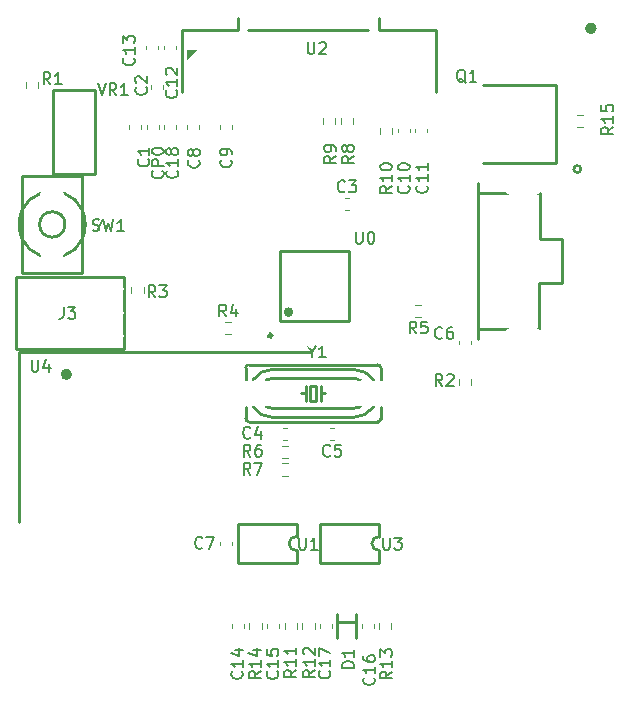
<source format=gto>
G04 #@! TF.GenerationSoftware,KiCad,Pcbnew,(5.1.9-0-10_14)*
G04 #@! TF.CreationDate,2021-04-26T19:25:28+02:00*
G04 #@! TF.ProjectId,Le_kube,4c655f6b-7562-4652-9e6b-696361645f70,rev?*
G04 #@! TF.SameCoordinates,Original*
G04 #@! TF.FileFunction,Legend,Top*
G04 #@! TF.FilePolarity,Positive*
%FSLAX46Y46*%
G04 Gerber Fmt 4.6, Leading zero omitted, Abs format (unit mm)*
G04 Created by KiCad (PCBNEW (5.1.9-0-10_14)) date 2021-04-26 19:25:28*
%MOMM*%
%LPD*%
G01*
G04 APERTURE LIST*
%ADD10C,0.200000*%
%ADD11C,0.254000*%
%ADD12C,0.120000*%
%ADD13C,0.500000*%
%ADD14C,0.100000*%
%ADD15C,0.400000*%
%ADD16C,0.300000*%
%ADD17O,3.500000X2.000000*%
%ADD18C,1.600000*%
%ADD19C,1.524000*%
%ADD20R,1.524000X1.524000*%
%ADD21R,0.351000X2.499000*%
%ADD22C,0.800000*%
%ADD23R,1.800000X1.800000*%
%ADD24C,1.800000*%
%ADD25R,2.200000X1.100000*%
%ADD26R,2.200000X3.500000*%
%ADD27R,6.200000X5.800000*%
%ADD28R,3.000000X1.600000*%
%ADD29O,2.000000X1.300000*%
%ADD30R,5.500000X2.000000*%
%ADD31O,0.600000X1.520000*%
%ADD32O,0.450000X1.650000*%
%ADD33O,1.650000X0.450000*%
%ADD34O,2.000000X1.200000*%
%ADD35C,1.300000*%
%ADD36R,1.000000X1.000000*%
G04 APERTURE END LIST*
D10*
X82110000Y-73060000D02*
X82620000Y-72060000D01*
D11*
X114308000Y-82201000D02*
X114308000Y-69001000D01*
X114333000Y-81338000D02*
X119540000Y-81338000D01*
X119540000Y-81338000D02*
X119540000Y-77477000D01*
X119540000Y-77477000D02*
X121471000Y-77477000D01*
X121471000Y-77477000D02*
X121471000Y-73768000D01*
X121471000Y-73768000D02*
X119591000Y-73768000D01*
X119591000Y-73768000D02*
X119591000Y-69831000D01*
X119591000Y-69831000D02*
X114308000Y-69831000D01*
D12*
X109542224Y-80362500D02*
X109032776Y-80362500D01*
X109542224Y-79317500D02*
X109032776Y-79317500D01*
X92937776Y-80747500D02*
X93447224Y-80747500D01*
X92937776Y-81792500D02*
X93447224Y-81792500D01*
X86032500Y-77792776D02*
X86032500Y-78302224D01*
X84987500Y-77792776D02*
X84987500Y-78302224D01*
D13*
X124150000Y-55900000D02*
G75*
G03*
X124150000Y-55900000I-250000J0D01*
G01*
D11*
X94858000Y-56000000D02*
X105058000Y-56000000D01*
X89250000Y-61250000D02*
X89250000Y-56000000D01*
X89250000Y-56000000D02*
X94000000Y-56000000D01*
X94000000Y-56000000D02*
X94000000Y-55000000D01*
D14*
G36*
X89750000Y-58500000D02*
G01*
X89750000Y-57750000D01*
X90500000Y-57750000D01*
X89750000Y-58500000D01*
G37*
X89750000Y-58500000D02*
X89750000Y-57750000D01*
X90500000Y-57750000D01*
X89750000Y-58500000D01*
D11*
X110750000Y-56000000D02*
X106000000Y-56000000D01*
X110750000Y-61250000D02*
X110750000Y-56000000D01*
X106000000Y-56000000D02*
X106000000Y-55000000D01*
D13*
X79722000Y-85179000D02*
G75*
G03*
X79722000Y-85179000I-232000J0D01*
G01*
D11*
X75450000Y-83330000D02*
X100150000Y-83330000D01*
X75450000Y-97730000D02*
X75450000Y-83330000D01*
X78324000Y-68200000D02*
X81924000Y-68200000D01*
X78324000Y-61100000D02*
X81924000Y-61100000D01*
X81924000Y-68200000D02*
X81924000Y-61100000D01*
X78324000Y-68200000D02*
X78324000Y-61100000D01*
D12*
X86290000Y-64396267D02*
X86290000Y-64103733D01*
X87310000Y-64396267D02*
X87310000Y-64103733D01*
X87790000Y-64396267D02*
X87790000Y-64103733D01*
X88810000Y-64396267D02*
X88810000Y-64103733D01*
X87660000Y-60728733D02*
X87660000Y-61021267D01*
X86640000Y-60728733D02*
X86640000Y-61021267D01*
X84790000Y-64396267D02*
X84790000Y-64103733D01*
X85810000Y-64396267D02*
X85810000Y-64103733D01*
X96022500Y-106245276D02*
X96022500Y-106754724D01*
X94977500Y-106245276D02*
X94977500Y-106754724D01*
D11*
X120943000Y-60723000D02*
X120943000Y-67277000D01*
X114746000Y-60723000D02*
X120943000Y-60723000D01*
X120943000Y-67277000D02*
X114746000Y-67277000D01*
X123051000Y-67810000D02*
G75*
G03*
X123051000Y-67810000I-296000J0D01*
G01*
X79378000Y-72500000D02*
G75*
G03*
X79378000Y-72500000I-1078000J0D01*
G01*
X81094000Y-72500000D02*
G75*
G03*
X81094000Y-72500000I-2794000J0D01*
G01*
X80840000Y-76600000D02*
X75760000Y-76600000D01*
X75760000Y-76600000D02*
X75760000Y-68400000D01*
X75760000Y-68400000D02*
X80840000Y-68400000D01*
X80840000Y-68400000D02*
X80840000Y-76600000D01*
X94685000Y-87943000D02*
X94685000Y-88959000D01*
X96971000Y-85530000D02*
X103829000Y-85530000D01*
X96971000Y-84768000D02*
X103829000Y-84768000D01*
X103829000Y-88070000D02*
X96971000Y-88070000D01*
X94939000Y-84387000D02*
X105861000Y-84387000D01*
X94685000Y-84641000D02*
X94685000Y-85657000D01*
X99765000Y-86800000D02*
X99384000Y-86800000D01*
X106115000Y-84641000D02*
X106115000Y-85657000D01*
X99765000Y-86800000D02*
X99765000Y-86165000D01*
X103829000Y-88832000D02*
X96971000Y-88832000D01*
X99765000Y-87435000D02*
X99765000Y-86800000D01*
X94939000Y-89213000D02*
X105861000Y-89213000D01*
X101035000Y-86800000D02*
X101416000Y-86800000D01*
X100654000Y-87435000D02*
X100654000Y-86165000D01*
X101035000Y-86800000D02*
X101035000Y-86165000D01*
X100654000Y-86165000D02*
X100146000Y-86165000D01*
X101035000Y-87435000D02*
X101035000Y-86800000D01*
X100146000Y-86165000D02*
X100146000Y-87435000D01*
X100146000Y-87435000D02*
X100654000Y-87435000D01*
X106115000Y-87943000D02*
X106115000Y-88959000D01*
X103828869Y-88831957D02*
G75*
G03*
X105509000Y-87943000I131J2031957D01*
G01*
X95290931Y-87942975D02*
G75*
G03*
X96971000Y-88832000I1680069J1142975D01*
G01*
X94939000Y-84387000D02*
G75*
G03*
X94685000Y-84641000I0J-254000D01*
G01*
X96970646Y-85529817D02*
G75*
G03*
X96417000Y-85657000I354J-1270183D01*
G01*
X96417399Y-87942990D02*
G75*
G03*
X96971000Y-88070000I553601J1142990D01*
G01*
X96971025Y-84768043D02*
G75*
G03*
X95291000Y-85657000I-25J-2031957D01*
G01*
X105509069Y-85657025D02*
G75*
G03*
X103829000Y-84768000I-1680069J-1142975D01*
G01*
X104382601Y-85657010D02*
G75*
G03*
X103829000Y-85530000I-553601J-1142990D01*
G01*
X103829354Y-88070183D02*
G75*
G03*
X104383000Y-87943000I-354J1270183D01*
G01*
X106115000Y-84641000D02*
G75*
G03*
X105861000Y-84387000I-254000J0D01*
G01*
X94685000Y-88959000D02*
G75*
G03*
X94939000Y-89213000I254000J0D01*
G01*
X105861000Y-89213000D02*
G75*
G03*
X106115000Y-88959000I0J254000D01*
G01*
X105990000Y-100100000D02*
X105990000Y-101200000D01*
X105990000Y-101200000D02*
X101000000Y-101200000D01*
X101000000Y-101200000D02*
X101000000Y-97829000D01*
X101000000Y-97829000D02*
X105990000Y-97829000D01*
X105990000Y-97829000D02*
X105990000Y-98920000D01*
X105989360Y-98919951D02*
G75*
G03*
X105990000Y-100100000I-44360J-590049D01*
G01*
X98990000Y-100100000D02*
X98990000Y-101200000D01*
X98990000Y-101200000D02*
X94000000Y-101200000D01*
X94000000Y-101200000D02*
X94000000Y-97829000D01*
X94000000Y-97829000D02*
X98990000Y-97829000D01*
X98990000Y-97829000D02*
X98990000Y-98920000D01*
X98989360Y-98919951D02*
G75*
G03*
X98990000Y-100100000I-44360J-590049D01*
G01*
X103447000Y-74770000D02*
X97547000Y-74770000D01*
X103447000Y-80670000D02*
X103447000Y-74770000D01*
X97547000Y-80670000D02*
X103447000Y-80670000D01*
X97547000Y-74770000D02*
X97547000Y-80670000D01*
D15*
X98297459Y-79719004D02*
G75*
G03*
X98300000Y-79719000I1541J-199996D01*
G01*
D16*
X96750461Y-81784005D02*
G75*
G03*
X96753000Y-81784000I1539J-149995D01*
G01*
D12*
X122745276Y-63231500D02*
X123254724Y-63231500D01*
X122745276Y-64276500D02*
X123254724Y-64276500D01*
X105977500Y-106754724D02*
X105977500Y-106245276D01*
X107022500Y-106754724D02*
X107022500Y-106245276D01*
X99477500Y-106754724D02*
X99477500Y-106245276D01*
X100522500Y-106754724D02*
X100522500Y-106245276D01*
X97977500Y-106754724D02*
X97977500Y-106245276D01*
X99022500Y-106754724D02*
X99022500Y-106245276D01*
X107078500Y-64295276D02*
X107078500Y-64804724D01*
X106033500Y-64295276D02*
X106033500Y-64804724D01*
X102272500Y-63495276D02*
X102272500Y-64004724D01*
X101227500Y-63495276D02*
X101227500Y-64004724D01*
X103772500Y-63495276D02*
X103772500Y-64004724D01*
X102727500Y-63495276D02*
X102727500Y-64004724D01*
X97745276Y-92727500D02*
X98254724Y-92727500D01*
X97745276Y-93772500D02*
X98254724Y-93772500D01*
X98254724Y-92272500D02*
X97745276Y-92272500D01*
X98254724Y-91227500D02*
X97745276Y-91227500D01*
X112727500Y-86067224D02*
X112727500Y-85557776D01*
X113772500Y-86067224D02*
X113772500Y-85557776D01*
X76052500Y-60967224D02*
X76052500Y-60457776D01*
X77097500Y-60967224D02*
X77097500Y-60457776D01*
D11*
X84416000Y-76927000D02*
X84416000Y-83023000D01*
X84416000Y-83023000D02*
X75272000Y-83023000D01*
X75272000Y-83023000D02*
X75272000Y-76927000D01*
X75272000Y-76927000D02*
X84416000Y-76927000D01*
X104050000Y-105500000D02*
X104050000Y-107500000D01*
X102450000Y-105500000D02*
X102450000Y-107500000D01*
X104050000Y-106149000D02*
X102450000Y-106149000D01*
D12*
X100990000Y-106646267D02*
X100990000Y-106353733D01*
X102010000Y-106646267D02*
X102010000Y-106353733D01*
X105510000Y-106353733D02*
X105510000Y-106646267D01*
X104490000Y-106353733D02*
X104490000Y-106646267D01*
X96490000Y-106646267D02*
X96490000Y-106353733D01*
X97510000Y-106646267D02*
X97510000Y-106353733D01*
X94510000Y-106353733D02*
X94510000Y-106646267D01*
X93490000Y-106353733D02*
X93490000Y-106646267D01*
X86240000Y-57646267D02*
X86240000Y-57353733D01*
X87260000Y-57646267D02*
X87260000Y-57353733D01*
X87740000Y-57646267D02*
X87740000Y-57353733D01*
X88760000Y-57646267D02*
X88760000Y-57353733D01*
X109046000Y-64696267D02*
X109046000Y-64403733D01*
X110066000Y-64696267D02*
X110066000Y-64403733D01*
X107546000Y-64696267D02*
X107546000Y-64403733D01*
X108566000Y-64696267D02*
X108566000Y-64403733D01*
X92490000Y-64396267D02*
X92490000Y-64103733D01*
X93510000Y-64396267D02*
X93510000Y-64103733D01*
X90760000Y-64103733D02*
X90760000Y-64396267D01*
X89740000Y-64103733D02*
X89740000Y-64396267D01*
X92490000Y-99646267D02*
X92490000Y-99353733D01*
X93510000Y-99646267D02*
X93510000Y-99353733D01*
X113760000Y-82353733D02*
X113760000Y-82646267D01*
X112740000Y-82353733D02*
X112740000Y-82646267D01*
X101853733Y-89740000D02*
X102146267Y-89740000D01*
X101853733Y-90760000D02*
X102146267Y-90760000D01*
X98146267Y-90760000D02*
X97853733Y-90760000D01*
X98146267Y-89740000D02*
X97853733Y-89740000D01*
X103103733Y-70240000D02*
X103396267Y-70240000D01*
X103103733Y-71260000D02*
X103396267Y-71260000D01*
D10*
X109120833Y-81722380D02*
X108787500Y-81246190D01*
X108549404Y-81722380D02*
X108549404Y-80722380D01*
X108930357Y-80722380D01*
X109025595Y-80770000D01*
X109073214Y-80817619D01*
X109120833Y-80912857D01*
X109120833Y-81055714D01*
X109073214Y-81150952D01*
X109025595Y-81198571D01*
X108930357Y-81246190D01*
X108549404Y-81246190D01*
X110025595Y-80722380D02*
X109549404Y-80722380D01*
X109501785Y-81198571D01*
X109549404Y-81150952D01*
X109644642Y-81103333D01*
X109882738Y-81103333D01*
X109977976Y-81150952D01*
X110025595Y-81198571D01*
X110073214Y-81293809D01*
X110073214Y-81531904D01*
X110025595Y-81627142D01*
X109977976Y-81674761D01*
X109882738Y-81722380D01*
X109644642Y-81722380D01*
X109549404Y-81674761D01*
X109501785Y-81627142D01*
X93025833Y-80292380D02*
X92692500Y-79816190D01*
X92454404Y-80292380D02*
X92454404Y-79292380D01*
X92835357Y-79292380D01*
X92930595Y-79340000D01*
X92978214Y-79387619D01*
X93025833Y-79482857D01*
X93025833Y-79625714D01*
X92978214Y-79720952D01*
X92930595Y-79768571D01*
X92835357Y-79816190D01*
X92454404Y-79816190D01*
X93882976Y-79625714D02*
X93882976Y-80292380D01*
X93644880Y-79244761D02*
X93406785Y-79959047D01*
X94025833Y-79959047D01*
X87023333Y-78667380D02*
X86690000Y-78191190D01*
X86451904Y-78667380D02*
X86451904Y-77667380D01*
X86832857Y-77667380D01*
X86928095Y-77715000D01*
X86975714Y-77762619D01*
X87023333Y-77857857D01*
X87023333Y-78000714D01*
X86975714Y-78095952D01*
X86928095Y-78143571D01*
X86832857Y-78191190D01*
X86451904Y-78191190D01*
X87356666Y-77667380D02*
X87975714Y-77667380D01*
X87642380Y-78048333D01*
X87785238Y-78048333D01*
X87880476Y-78095952D01*
X87928095Y-78143571D01*
X87975714Y-78238809D01*
X87975714Y-78476904D01*
X87928095Y-78572142D01*
X87880476Y-78619761D01*
X87785238Y-78667380D01*
X87499523Y-78667380D01*
X87404285Y-78619761D01*
X87356666Y-78572142D01*
X99913095Y-57052380D02*
X99913095Y-57861904D01*
X99960714Y-57957142D01*
X100008333Y-58004761D01*
X100103571Y-58052380D01*
X100294047Y-58052380D01*
X100389285Y-58004761D01*
X100436904Y-57957142D01*
X100484523Y-57861904D01*
X100484523Y-57052380D01*
X100913095Y-57147619D02*
X100960714Y-57100000D01*
X101055952Y-57052380D01*
X101294047Y-57052380D01*
X101389285Y-57100000D01*
X101436904Y-57147619D01*
X101484523Y-57242857D01*
X101484523Y-57338095D01*
X101436904Y-57480952D01*
X100865476Y-58052380D01*
X101484523Y-58052380D01*
X76543095Y-83952380D02*
X76543095Y-84761904D01*
X76590714Y-84857142D01*
X76638333Y-84904761D01*
X76733571Y-84952380D01*
X76924047Y-84952380D01*
X77019285Y-84904761D01*
X77066904Y-84857142D01*
X77114523Y-84761904D01*
X77114523Y-83952380D01*
X78019285Y-84285714D02*
X78019285Y-84952380D01*
X77781190Y-83904761D02*
X77543095Y-84619047D01*
X78162142Y-84619047D01*
X82149238Y-60552380D02*
X82482571Y-61552380D01*
X82815904Y-60552380D01*
X83720666Y-61552380D02*
X83387333Y-61076190D01*
X83149238Y-61552380D02*
X83149238Y-60552380D01*
X83530190Y-60552380D01*
X83625428Y-60600000D01*
X83673047Y-60647619D01*
X83720666Y-60742857D01*
X83720666Y-60885714D01*
X83673047Y-60980952D01*
X83625428Y-61028571D01*
X83530190Y-61076190D01*
X83149238Y-61076190D01*
X84673047Y-61552380D02*
X84101619Y-61552380D01*
X84387333Y-61552380D02*
X84387333Y-60552380D01*
X84292095Y-60695238D01*
X84196857Y-60790476D01*
X84101619Y-60838095D01*
X87632142Y-67966666D02*
X87679761Y-68014285D01*
X87727380Y-68157142D01*
X87727380Y-68252380D01*
X87679761Y-68395238D01*
X87584523Y-68490476D01*
X87489285Y-68538095D01*
X87298809Y-68585714D01*
X87155952Y-68585714D01*
X86965476Y-68538095D01*
X86870238Y-68490476D01*
X86775000Y-68395238D01*
X86727380Y-68252380D01*
X86727380Y-68157142D01*
X86775000Y-68014285D01*
X86822619Y-67966666D01*
X87727380Y-67538095D02*
X86727380Y-67538095D01*
X86727380Y-67157142D01*
X86775000Y-67061904D01*
X86822619Y-67014285D01*
X86917857Y-66966666D01*
X87060714Y-66966666D01*
X87155952Y-67014285D01*
X87203571Y-67061904D01*
X87251190Y-67157142D01*
X87251190Y-67538095D01*
X86727380Y-66347619D02*
X86727380Y-66252380D01*
X86775000Y-66157142D01*
X86822619Y-66109523D01*
X86917857Y-66061904D01*
X87108333Y-66014285D01*
X87346428Y-66014285D01*
X87536904Y-66061904D01*
X87632142Y-66109523D01*
X87679761Y-66157142D01*
X87727380Y-66252380D01*
X87727380Y-66347619D01*
X87679761Y-66442857D01*
X87632142Y-66490476D01*
X87536904Y-66538095D01*
X87346428Y-66585714D01*
X87108333Y-66585714D01*
X86917857Y-66538095D01*
X86822619Y-66490476D01*
X86775000Y-66442857D01*
X86727380Y-66347619D01*
X88857142Y-67942857D02*
X88904761Y-67990476D01*
X88952380Y-68133333D01*
X88952380Y-68228571D01*
X88904761Y-68371428D01*
X88809523Y-68466666D01*
X88714285Y-68514285D01*
X88523809Y-68561904D01*
X88380952Y-68561904D01*
X88190476Y-68514285D01*
X88095238Y-68466666D01*
X88000000Y-68371428D01*
X87952380Y-68228571D01*
X87952380Y-68133333D01*
X88000000Y-67990476D01*
X88047619Y-67942857D01*
X88952380Y-66990476D02*
X88952380Y-67561904D01*
X88952380Y-67276190D02*
X87952380Y-67276190D01*
X88095238Y-67371428D01*
X88190476Y-67466666D01*
X88238095Y-67561904D01*
X88380952Y-66419047D02*
X88333333Y-66514285D01*
X88285714Y-66561904D01*
X88190476Y-66609523D01*
X88142857Y-66609523D01*
X88047619Y-66561904D01*
X88000000Y-66514285D01*
X87952380Y-66419047D01*
X87952380Y-66228571D01*
X88000000Y-66133333D01*
X88047619Y-66085714D01*
X88142857Y-66038095D01*
X88190476Y-66038095D01*
X88285714Y-66085714D01*
X88333333Y-66133333D01*
X88380952Y-66228571D01*
X88380952Y-66419047D01*
X88428571Y-66514285D01*
X88476190Y-66561904D01*
X88571428Y-66609523D01*
X88761904Y-66609523D01*
X88857142Y-66561904D01*
X88904761Y-66514285D01*
X88952380Y-66419047D01*
X88952380Y-66228571D01*
X88904761Y-66133333D01*
X88857142Y-66085714D01*
X88761904Y-66038095D01*
X88571428Y-66038095D01*
X88476190Y-66085714D01*
X88428571Y-66133333D01*
X88380952Y-66228571D01*
X86232142Y-60891666D02*
X86279761Y-60939285D01*
X86327380Y-61082142D01*
X86327380Y-61177380D01*
X86279761Y-61320238D01*
X86184523Y-61415476D01*
X86089285Y-61463095D01*
X85898809Y-61510714D01*
X85755952Y-61510714D01*
X85565476Y-61463095D01*
X85470238Y-61415476D01*
X85375000Y-61320238D01*
X85327380Y-61177380D01*
X85327380Y-61082142D01*
X85375000Y-60939285D01*
X85422619Y-60891666D01*
X85422619Y-60510714D02*
X85375000Y-60463095D01*
X85327380Y-60367857D01*
X85327380Y-60129761D01*
X85375000Y-60034523D01*
X85422619Y-59986904D01*
X85517857Y-59939285D01*
X85613095Y-59939285D01*
X85755952Y-59986904D01*
X86327380Y-60558333D01*
X86327380Y-59939285D01*
X86432142Y-66966666D02*
X86479761Y-67014285D01*
X86527380Y-67157142D01*
X86527380Y-67252380D01*
X86479761Y-67395238D01*
X86384523Y-67490476D01*
X86289285Y-67538095D01*
X86098809Y-67585714D01*
X85955952Y-67585714D01*
X85765476Y-67538095D01*
X85670238Y-67490476D01*
X85575000Y-67395238D01*
X85527380Y-67252380D01*
X85527380Y-67157142D01*
X85575000Y-67014285D01*
X85622619Y-66966666D01*
X86527380Y-66014285D02*
X86527380Y-66585714D01*
X86527380Y-66300000D02*
X85527380Y-66300000D01*
X85670238Y-66395238D01*
X85765476Y-66490476D01*
X85813095Y-66585714D01*
X95952380Y-110342857D02*
X95476190Y-110676190D01*
X95952380Y-110914285D02*
X94952380Y-110914285D01*
X94952380Y-110533333D01*
X95000000Y-110438095D01*
X95047619Y-110390476D01*
X95142857Y-110342857D01*
X95285714Y-110342857D01*
X95380952Y-110390476D01*
X95428571Y-110438095D01*
X95476190Y-110533333D01*
X95476190Y-110914285D01*
X95952380Y-109390476D02*
X95952380Y-109961904D01*
X95952380Y-109676190D02*
X94952380Y-109676190D01*
X95095238Y-109771428D01*
X95190476Y-109866666D01*
X95238095Y-109961904D01*
X95285714Y-108533333D02*
X95952380Y-108533333D01*
X94904761Y-108771428D02*
X95619047Y-109009523D01*
X95619047Y-108390476D01*
X113302761Y-60491619D02*
X113207523Y-60444000D01*
X113112285Y-60348761D01*
X112969428Y-60205904D01*
X112874190Y-60158285D01*
X112778952Y-60158285D01*
X112826571Y-60396380D02*
X112731333Y-60348761D01*
X112636095Y-60253523D01*
X112588476Y-60063047D01*
X112588476Y-59729714D01*
X112636095Y-59539238D01*
X112731333Y-59444000D01*
X112826571Y-59396380D01*
X113017047Y-59396380D01*
X113112285Y-59444000D01*
X113207523Y-59539238D01*
X113255142Y-59729714D01*
X113255142Y-60063047D01*
X113207523Y-60253523D01*
X113112285Y-60348761D01*
X113017047Y-60396380D01*
X112826571Y-60396380D01*
X114207523Y-60396380D02*
X113636095Y-60396380D01*
X113921809Y-60396380D02*
X113921809Y-59396380D01*
X113826571Y-59539238D01*
X113731333Y-59634476D01*
X113636095Y-59682095D01*
X81720476Y-73004761D02*
X81863333Y-73052380D01*
X82101428Y-73052380D01*
X82196666Y-73004761D01*
X82244285Y-72957142D01*
X82291904Y-72861904D01*
X82291904Y-72766666D01*
X82244285Y-72671428D01*
X82196666Y-72623809D01*
X82101428Y-72576190D01*
X81910952Y-72528571D01*
X81815714Y-72480952D01*
X81768095Y-72433333D01*
X81720476Y-72338095D01*
X81720476Y-72242857D01*
X81768095Y-72147619D01*
X81815714Y-72100000D01*
X81910952Y-72052380D01*
X82149047Y-72052380D01*
X82291904Y-72100000D01*
X82625238Y-72052380D02*
X82863333Y-73052380D01*
X83053809Y-72338095D01*
X83244285Y-73052380D01*
X83482380Y-72052380D01*
X84387142Y-73052380D02*
X83815714Y-73052380D01*
X84101428Y-73052380D02*
X84101428Y-72052380D01*
X84006190Y-72195238D01*
X83910952Y-72290476D01*
X83815714Y-72338095D01*
X100258571Y-83276190D02*
X100258571Y-83752380D01*
X99925238Y-82752380D02*
X100258571Y-83276190D01*
X100591904Y-82752380D01*
X101449047Y-83752380D02*
X100877619Y-83752380D01*
X101163333Y-83752380D02*
X101163333Y-82752380D01*
X101068095Y-82895238D01*
X100972857Y-82990476D01*
X100877619Y-83038095D01*
X106312095Y-99020380D02*
X106312095Y-99829904D01*
X106359714Y-99925142D01*
X106407333Y-99972761D01*
X106502571Y-100020380D01*
X106693047Y-100020380D01*
X106788285Y-99972761D01*
X106835904Y-99925142D01*
X106883523Y-99829904D01*
X106883523Y-99020380D01*
X107264476Y-99020380D02*
X107883523Y-99020380D01*
X107550190Y-99401333D01*
X107693047Y-99401333D01*
X107788285Y-99448952D01*
X107835904Y-99496571D01*
X107883523Y-99591809D01*
X107883523Y-99829904D01*
X107835904Y-99925142D01*
X107788285Y-99972761D01*
X107693047Y-100020380D01*
X107407333Y-100020380D01*
X107312095Y-99972761D01*
X107264476Y-99925142D01*
X99200095Y-99020380D02*
X99200095Y-99829904D01*
X99247714Y-99925142D01*
X99295333Y-99972761D01*
X99390571Y-100020380D01*
X99581047Y-100020380D01*
X99676285Y-99972761D01*
X99723904Y-99925142D01*
X99771523Y-99829904D01*
X99771523Y-99020380D01*
X100771523Y-100020380D02*
X100200095Y-100020380D01*
X100485809Y-100020380D02*
X100485809Y-99020380D01*
X100390571Y-99163238D01*
X100295333Y-99258476D01*
X100200095Y-99306095D01*
X104000095Y-73112380D02*
X104000095Y-73921904D01*
X104047714Y-74017142D01*
X104095333Y-74064761D01*
X104190571Y-74112380D01*
X104381047Y-74112380D01*
X104476285Y-74064761D01*
X104523904Y-74017142D01*
X104571523Y-73921904D01*
X104571523Y-73112380D01*
X105238190Y-73112380D02*
X105333428Y-73112380D01*
X105428666Y-73160000D01*
X105476285Y-73207619D01*
X105523904Y-73302857D01*
X105571523Y-73493333D01*
X105571523Y-73731428D01*
X105523904Y-73921904D01*
X105476285Y-74017142D01*
X105428666Y-74064761D01*
X105333428Y-74112380D01*
X105238190Y-74112380D01*
X105142952Y-74064761D01*
X105095333Y-74017142D01*
X105047714Y-73921904D01*
X105000095Y-73731428D01*
X105000095Y-73493333D01*
X105047714Y-73302857D01*
X105095333Y-73207619D01*
X105142952Y-73160000D01*
X105238190Y-73112380D01*
X125792380Y-64252857D02*
X125316190Y-64586190D01*
X125792380Y-64824285D02*
X124792380Y-64824285D01*
X124792380Y-64443333D01*
X124840000Y-64348095D01*
X124887619Y-64300476D01*
X124982857Y-64252857D01*
X125125714Y-64252857D01*
X125220952Y-64300476D01*
X125268571Y-64348095D01*
X125316190Y-64443333D01*
X125316190Y-64824285D01*
X125792380Y-63300476D02*
X125792380Y-63871904D01*
X125792380Y-63586190D02*
X124792380Y-63586190D01*
X124935238Y-63681428D01*
X125030476Y-63776666D01*
X125078095Y-63871904D01*
X124792380Y-62395714D02*
X124792380Y-62871904D01*
X125268571Y-62919523D01*
X125220952Y-62871904D01*
X125173333Y-62776666D01*
X125173333Y-62538571D01*
X125220952Y-62443333D01*
X125268571Y-62395714D01*
X125363809Y-62348095D01*
X125601904Y-62348095D01*
X125697142Y-62395714D01*
X125744761Y-62443333D01*
X125792380Y-62538571D01*
X125792380Y-62776666D01*
X125744761Y-62871904D01*
X125697142Y-62919523D01*
X107052380Y-110370857D02*
X106576190Y-110704190D01*
X107052380Y-110942285D02*
X106052380Y-110942285D01*
X106052380Y-110561333D01*
X106100000Y-110466095D01*
X106147619Y-110418476D01*
X106242857Y-110370857D01*
X106385714Y-110370857D01*
X106480952Y-110418476D01*
X106528571Y-110466095D01*
X106576190Y-110561333D01*
X106576190Y-110942285D01*
X107052380Y-109418476D02*
X107052380Y-109989904D01*
X107052380Y-109704190D02*
X106052380Y-109704190D01*
X106195238Y-109799428D01*
X106290476Y-109894666D01*
X106338095Y-109989904D01*
X106052380Y-109085142D02*
X106052380Y-108466095D01*
X106433333Y-108799428D01*
X106433333Y-108656571D01*
X106480952Y-108561333D01*
X106528571Y-108513714D01*
X106623809Y-108466095D01*
X106861904Y-108466095D01*
X106957142Y-108513714D01*
X107004761Y-108561333D01*
X107052380Y-108656571D01*
X107052380Y-108942285D01*
X107004761Y-109037523D01*
X106957142Y-109085142D01*
X100552380Y-110242857D02*
X100076190Y-110576190D01*
X100552380Y-110814285D02*
X99552380Y-110814285D01*
X99552380Y-110433333D01*
X99600000Y-110338095D01*
X99647619Y-110290476D01*
X99742857Y-110242857D01*
X99885714Y-110242857D01*
X99980952Y-110290476D01*
X100028571Y-110338095D01*
X100076190Y-110433333D01*
X100076190Y-110814285D01*
X100552380Y-109290476D02*
X100552380Y-109861904D01*
X100552380Y-109576190D02*
X99552380Y-109576190D01*
X99695238Y-109671428D01*
X99790476Y-109766666D01*
X99838095Y-109861904D01*
X99647619Y-108909523D02*
X99600000Y-108861904D01*
X99552380Y-108766666D01*
X99552380Y-108528571D01*
X99600000Y-108433333D01*
X99647619Y-108385714D01*
X99742857Y-108338095D01*
X99838095Y-108338095D01*
X99980952Y-108385714D01*
X100552380Y-108957142D01*
X100552380Y-108338095D01*
X98952380Y-110242857D02*
X98476190Y-110576190D01*
X98952380Y-110814285D02*
X97952380Y-110814285D01*
X97952380Y-110433333D01*
X98000000Y-110338095D01*
X98047619Y-110290476D01*
X98142857Y-110242857D01*
X98285714Y-110242857D01*
X98380952Y-110290476D01*
X98428571Y-110338095D01*
X98476190Y-110433333D01*
X98476190Y-110814285D01*
X98952380Y-109290476D02*
X98952380Y-109861904D01*
X98952380Y-109576190D02*
X97952380Y-109576190D01*
X98095238Y-109671428D01*
X98190476Y-109766666D01*
X98238095Y-109861904D01*
X98952380Y-108338095D02*
X98952380Y-108909523D01*
X98952380Y-108623809D02*
X97952380Y-108623809D01*
X98095238Y-108719047D01*
X98190476Y-108814285D01*
X98238095Y-108909523D01*
X107052380Y-69242857D02*
X106576190Y-69576190D01*
X107052380Y-69814285D02*
X106052380Y-69814285D01*
X106052380Y-69433333D01*
X106100000Y-69338095D01*
X106147619Y-69290476D01*
X106242857Y-69242857D01*
X106385714Y-69242857D01*
X106480952Y-69290476D01*
X106528571Y-69338095D01*
X106576190Y-69433333D01*
X106576190Y-69814285D01*
X107052380Y-68290476D02*
X107052380Y-68861904D01*
X107052380Y-68576190D02*
X106052380Y-68576190D01*
X106195238Y-68671428D01*
X106290476Y-68766666D01*
X106338095Y-68861904D01*
X106052380Y-67671428D02*
X106052380Y-67576190D01*
X106100000Y-67480952D01*
X106147619Y-67433333D01*
X106242857Y-67385714D01*
X106433333Y-67338095D01*
X106671428Y-67338095D01*
X106861904Y-67385714D01*
X106957142Y-67433333D01*
X107004761Y-67480952D01*
X107052380Y-67576190D01*
X107052380Y-67671428D01*
X107004761Y-67766666D01*
X106957142Y-67814285D01*
X106861904Y-67861904D01*
X106671428Y-67909523D01*
X106433333Y-67909523D01*
X106242857Y-67861904D01*
X106147619Y-67814285D01*
X106100000Y-67766666D01*
X106052380Y-67671428D01*
X102306380Y-66714666D02*
X101830190Y-67048000D01*
X102306380Y-67286095D02*
X101306380Y-67286095D01*
X101306380Y-66905142D01*
X101354000Y-66809904D01*
X101401619Y-66762285D01*
X101496857Y-66714666D01*
X101639714Y-66714666D01*
X101734952Y-66762285D01*
X101782571Y-66809904D01*
X101830190Y-66905142D01*
X101830190Y-67286095D01*
X102306380Y-66238476D02*
X102306380Y-66048000D01*
X102258761Y-65952761D01*
X102211142Y-65905142D01*
X102068285Y-65809904D01*
X101877809Y-65762285D01*
X101496857Y-65762285D01*
X101401619Y-65809904D01*
X101354000Y-65857523D01*
X101306380Y-65952761D01*
X101306380Y-66143238D01*
X101354000Y-66238476D01*
X101401619Y-66286095D01*
X101496857Y-66333714D01*
X101734952Y-66333714D01*
X101830190Y-66286095D01*
X101877809Y-66238476D01*
X101925428Y-66143238D01*
X101925428Y-65952761D01*
X101877809Y-65857523D01*
X101830190Y-65809904D01*
X101734952Y-65762285D01*
X103830380Y-66714666D02*
X103354190Y-67048000D01*
X103830380Y-67286095D02*
X102830380Y-67286095D01*
X102830380Y-66905142D01*
X102878000Y-66809904D01*
X102925619Y-66762285D01*
X103020857Y-66714666D01*
X103163714Y-66714666D01*
X103258952Y-66762285D01*
X103306571Y-66809904D01*
X103354190Y-66905142D01*
X103354190Y-67286095D01*
X103258952Y-66143238D02*
X103211333Y-66238476D01*
X103163714Y-66286095D01*
X103068476Y-66333714D01*
X103020857Y-66333714D01*
X102925619Y-66286095D01*
X102878000Y-66238476D01*
X102830380Y-66143238D01*
X102830380Y-65952761D01*
X102878000Y-65857523D01*
X102925619Y-65809904D01*
X103020857Y-65762285D01*
X103068476Y-65762285D01*
X103163714Y-65809904D01*
X103211333Y-65857523D01*
X103258952Y-65952761D01*
X103258952Y-66143238D01*
X103306571Y-66238476D01*
X103354190Y-66286095D01*
X103449428Y-66333714D01*
X103639904Y-66333714D01*
X103735142Y-66286095D01*
X103782761Y-66238476D01*
X103830380Y-66143238D01*
X103830380Y-65952761D01*
X103782761Y-65857523D01*
X103735142Y-65809904D01*
X103639904Y-65762285D01*
X103449428Y-65762285D01*
X103354190Y-65809904D01*
X103306571Y-65857523D01*
X103258952Y-65952761D01*
X95083333Y-93670380D02*
X94750000Y-93194190D01*
X94511904Y-93670380D02*
X94511904Y-92670380D01*
X94892857Y-92670380D01*
X94988095Y-92718000D01*
X95035714Y-92765619D01*
X95083333Y-92860857D01*
X95083333Y-93003714D01*
X95035714Y-93098952D01*
X94988095Y-93146571D01*
X94892857Y-93194190D01*
X94511904Y-93194190D01*
X95416666Y-92670380D02*
X96083333Y-92670380D01*
X95654761Y-93670380D01*
X95083333Y-92146380D02*
X94750000Y-91670190D01*
X94511904Y-92146380D02*
X94511904Y-91146380D01*
X94892857Y-91146380D01*
X94988095Y-91194000D01*
X95035714Y-91241619D01*
X95083333Y-91336857D01*
X95083333Y-91479714D01*
X95035714Y-91574952D01*
X94988095Y-91622571D01*
X94892857Y-91670190D01*
X94511904Y-91670190D01*
X95940476Y-91146380D02*
X95750000Y-91146380D01*
X95654761Y-91194000D01*
X95607142Y-91241619D01*
X95511904Y-91384476D01*
X95464285Y-91574952D01*
X95464285Y-91955904D01*
X95511904Y-92051142D01*
X95559523Y-92098761D01*
X95654761Y-92146380D01*
X95845238Y-92146380D01*
X95940476Y-92098761D01*
X95988095Y-92051142D01*
X96035714Y-91955904D01*
X96035714Y-91717809D01*
X95988095Y-91622571D01*
X95940476Y-91574952D01*
X95845238Y-91527333D01*
X95654761Y-91527333D01*
X95559523Y-91574952D01*
X95511904Y-91622571D01*
X95464285Y-91717809D01*
X111333333Y-86177380D02*
X111000000Y-85701190D01*
X110761904Y-86177380D02*
X110761904Y-85177380D01*
X111142857Y-85177380D01*
X111238095Y-85225000D01*
X111285714Y-85272619D01*
X111333333Y-85367857D01*
X111333333Y-85510714D01*
X111285714Y-85605952D01*
X111238095Y-85653571D01*
X111142857Y-85701190D01*
X110761904Y-85701190D01*
X111714285Y-85272619D02*
X111761904Y-85225000D01*
X111857142Y-85177380D01*
X112095238Y-85177380D01*
X112190476Y-85225000D01*
X112238095Y-85272619D01*
X112285714Y-85367857D01*
X112285714Y-85463095D01*
X112238095Y-85605952D01*
X111666666Y-86177380D01*
X112285714Y-86177380D01*
X78133333Y-60627380D02*
X77800000Y-60151190D01*
X77561904Y-60627380D02*
X77561904Y-59627380D01*
X77942857Y-59627380D01*
X78038095Y-59675000D01*
X78085714Y-59722619D01*
X78133333Y-59817857D01*
X78133333Y-59960714D01*
X78085714Y-60055952D01*
X78038095Y-60103571D01*
X77942857Y-60151190D01*
X77561904Y-60151190D01*
X79085714Y-60627380D02*
X78514285Y-60627380D01*
X78800000Y-60627380D02*
X78800000Y-59627380D01*
X78704761Y-59770238D01*
X78609523Y-59865476D01*
X78514285Y-59913095D01*
X79254523Y-79477380D02*
X79254523Y-80191666D01*
X79206904Y-80334523D01*
X79111666Y-80429761D01*
X78968809Y-80477380D01*
X78873571Y-80477380D01*
X79635476Y-79477380D02*
X80254523Y-79477380D01*
X79921190Y-79858333D01*
X80064047Y-79858333D01*
X80159285Y-79905952D01*
X80206904Y-79953571D01*
X80254523Y-80048809D01*
X80254523Y-80286904D01*
X80206904Y-80382142D01*
X80159285Y-80429761D01*
X80064047Y-80477380D01*
X79778333Y-80477380D01*
X79683095Y-80429761D01*
X79635476Y-80382142D01*
X103830380Y-110048285D02*
X102830380Y-110048285D01*
X102830380Y-109810190D01*
X102878000Y-109667333D01*
X102973238Y-109572095D01*
X103068476Y-109524476D01*
X103258952Y-109476857D01*
X103401809Y-109476857D01*
X103592285Y-109524476D01*
X103687523Y-109572095D01*
X103782761Y-109667333D01*
X103830380Y-109810190D01*
X103830380Y-110048285D01*
X103830380Y-108524476D02*
X103830380Y-109095904D01*
X103830380Y-108810190D02*
X102830380Y-108810190D01*
X102973238Y-108905428D01*
X103068476Y-109000666D01*
X103116095Y-109095904D01*
X101757142Y-110292857D02*
X101804761Y-110340476D01*
X101852380Y-110483333D01*
X101852380Y-110578571D01*
X101804761Y-110721428D01*
X101709523Y-110816666D01*
X101614285Y-110864285D01*
X101423809Y-110911904D01*
X101280952Y-110911904D01*
X101090476Y-110864285D01*
X100995238Y-110816666D01*
X100900000Y-110721428D01*
X100852380Y-110578571D01*
X100852380Y-110483333D01*
X100900000Y-110340476D01*
X100947619Y-110292857D01*
X101852380Y-109340476D02*
X101852380Y-109911904D01*
X101852380Y-109626190D02*
X100852380Y-109626190D01*
X100995238Y-109721428D01*
X101090476Y-109816666D01*
X101138095Y-109911904D01*
X100852380Y-109007142D02*
X100852380Y-108340476D01*
X101852380Y-108769047D01*
X105513142Y-110878857D02*
X105560761Y-110926476D01*
X105608380Y-111069333D01*
X105608380Y-111164571D01*
X105560761Y-111307428D01*
X105465523Y-111402666D01*
X105370285Y-111450285D01*
X105179809Y-111497904D01*
X105036952Y-111497904D01*
X104846476Y-111450285D01*
X104751238Y-111402666D01*
X104656000Y-111307428D01*
X104608380Y-111164571D01*
X104608380Y-111069333D01*
X104656000Y-110926476D01*
X104703619Y-110878857D01*
X105608380Y-109926476D02*
X105608380Y-110497904D01*
X105608380Y-110212190D02*
X104608380Y-110212190D01*
X104751238Y-110307428D01*
X104846476Y-110402666D01*
X104894095Y-110497904D01*
X104608380Y-109069333D02*
X104608380Y-109259809D01*
X104656000Y-109355047D01*
X104703619Y-109402666D01*
X104846476Y-109497904D01*
X105036952Y-109545523D01*
X105417904Y-109545523D01*
X105513142Y-109497904D01*
X105560761Y-109450285D01*
X105608380Y-109355047D01*
X105608380Y-109164571D01*
X105560761Y-109069333D01*
X105513142Y-109021714D01*
X105417904Y-108974095D01*
X105179809Y-108974095D01*
X105084571Y-109021714D01*
X105036952Y-109069333D01*
X104989333Y-109164571D01*
X104989333Y-109355047D01*
X105036952Y-109450285D01*
X105084571Y-109497904D01*
X105179809Y-109545523D01*
X97357142Y-110342857D02*
X97404761Y-110390476D01*
X97452380Y-110533333D01*
X97452380Y-110628571D01*
X97404761Y-110771428D01*
X97309523Y-110866666D01*
X97214285Y-110914285D01*
X97023809Y-110961904D01*
X96880952Y-110961904D01*
X96690476Y-110914285D01*
X96595238Y-110866666D01*
X96500000Y-110771428D01*
X96452380Y-110628571D01*
X96452380Y-110533333D01*
X96500000Y-110390476D01*
X96547619Y-110342857D01*
X97452380Y-109390476D02*
X97452380Y-109961904D01*
X97452380Y-109676190D02*
X96452380Y-109676190D01*
X96595238Y-109771428D01*
X96690476Y-109866666D01*
X96738095Y-109961904D01*
X96452380Y-108485714D02*
X96452380Y-108961904D01*
X96928571Y-109009523D01*
X96880952Y-108961904D01*
X96833333Y-108866666D01*
X96833333Y-108628571D01*
X96880952Y-108533333D01*
X96928571Y-108485714D01*
X97023809Y-108438095D01*
X97261904Y-108438095D01*
X97357142Y-108485714D01*
X97404761Y-108533333D01*
X97452380Y-108628571D01*
X97452380Y-108866666D01*
X97404761Y-108961904D01*
X97357142Y-109009523D01*
X94357142Y-110342857D02*
X94404761Y-110390476D01*
X94452380Y-110533333D01*
X94452380Y-110628571D01*
X94404761Y-110771428D01*
X94309523Y-110866666D01*
X94214285Y-110914285D01*
X94023809Y-110961904D01*
X93880952Y-110961904D01*
X93690476Y-110914285D01*
X93595238Y-110866666D01*
X93500000Y-110771428D01*
X93452380Y-110628571D01*
X93452380Y-110533333D01*
X93500000Y-110390476D01*
X93547619Y-110342857D01*
X94452380Y-109390476D02*
X94452380Y-109961904D01*
X94452380Y-109676190D02*
X93452380Y-109676190D01*
X93595238Y-109771428D01*
X93690476Y-109866666D01*
X93738095Y-109961904D01*
X93785714Y-108533333D02*
X94452380Y-108533333D01*
X93404761Y-108771428D02*
X94119047Y-109009523D01*
X94119047Y-108390476D01*
X85182142Y-58417857D02*
X85229761Y-58465476D01*
X85277380Y-58608333D01*
X85277380Y-58703571D01*
X85229761Y-58846428D01*
X85134523Y-58941666D01*
X85039285Y-58989285D01*
X84848809Y-59036904D01*
X84705952Y-59036904D01*
X84515476Y-58989285D01*
X84420238Y-58941666D01*
X84325000Y-58846428D01*
X84277380Y-58703571D01*
X84277380Y-58608333D01*
X84325000Y-58465476D01*
X84372619Y-58417857D01*
X85277380Y-57465476D02*
X85277380Y-58036904D01*
X85277380Y-57751190D02*
X84277380Y-57751190D01*
X84420238Y-57846428D01*
X84515476Y-57941666D01*
X84563095Y-58036904D01*
X84277380Y-57132142D02*
X84277380Y-56513095D01*
X84658333Y-56846428D01*
X84658333Y-56703571D01*
X84705952Y-56608333D01*
X84753571Y-56560714D01*
X84848809Y-56513095D01*
X85086904Y-56513095D01*
X85182142Y-56560714D01*
X85229761Y-56608333D01*
X85277380Y-56703571D01*
X85277380Y-56989285D01*
X85229761Y-57084523D01*
X85182142Y-57132142D01*
X88807142Y-61142857D02*
X88854761Y-61190476D01*
X88902380Y-61333333D01*
X88902380Y-61428571D01*
X88854761Y-61571428D01*
X88759523Y-61666666D01*
X88664285Y-61714285D01*
X88473809Y-61761904D01*
X88330952Y-61761904D01*
X88140476Y-61714285D01*
X88045238Y-61666666D01*
X87950000Y-61571428D01*
X87902380Y-61428571D01*
X87902380Y-61333333D01*
X87950000Y-61190476D01*
X87997619Y-61142857D01*
X88902380Y-60190476D02*
X88902380Y-60761904D01*
X88902380Y-60476190D02*
X87902380Y-60476190D01*
X88045238Y-60571428D01*
X88140476Y-60666666D01*
X88188095Y-60761904D01*
X87997619Y-59809523D02*
X87950000Y-59761904D01*
X87902380Y-59666666D01*
X87902380Y-59428571D01*
X87950000Y-59333333D01*
X87997619Y-59285714D01*
X88092857Y-59238095D01*
X88188095Y-59238095D01*
X88330952Y-59285714D01*
X88902380Y-59857142D01*
X88902380Y-59238095D01*
X110007142Y-69217857D02*
X110054761Y-69265476D01*
X110102380Y-69408333D01*
X110102380Y-69503571D01*
X110054761Y-69646428D01*
X109959523Y-69741666D01*
X109864285Y-69789285D01*
X109673809Y-69836904D01*
X109530952Y-69836904D01*
X109340476Y-69789285D01*
X109245238Y-69741666D01*
X109150000Y-69646428D01*
X109102380Y-69503571D01*
X109102380Y-69408333D01*
X109150000Y-69265476D01*
X109197619Y-69217857D01*
X110102380Y-68265476D02*
X110102380Y-68836904D01*
X110102380Y-68551190D02*
X109102380Y-68551190D01*
X109245238Y-68646428D01*
X109340476Y-68741666D01*
X109388095Y-68836904D01*
X110102380Y-67313095D02*
X110102380Y-67884523D01*
X110102380Y-67598809D02*
X109102380Y-67598809D01*
X109245238Y-67694047D01*
X109340476Y-67789285D01*
X109388095Y-67884523D01*
X108457142Y-69242857D02*
X108504761Y-69290476D01*
X108552380Y-69433333D01*
X108552380Y-69528571D01*
X108504761Y-69671428D01*
X108409523Y-69766666D01*
X108314285Y-69814285D01*
X108123809Y-69861904D01*
X107980952Y-69861904D01*
X107790476Y-69814285D01*
X107695238Y-69766666D01*
X107600000Y-69671428D01*
X107552380Y-69528571D01*
X107552380Y-69433333D01*
X107600000Y-69290476D01*
X107647619Y-69242857D01*
X108552380Y-68290476D02*
X108552380Y-68861904D01*
X108552380Y-68576190D02*
X107552380Y-68576190D01*
X107695238Y-68671428D01*
X107790476Y-68766666D01*
X107838095Y-68861904D01*
X107552380Y-67671428D02*
X107552380Y-67576190D01*
X107600000Y-67480952D01*
X107647619Y-67433333D01*
X107742857Y-67385714D01*
X107933333Y-67338095D01*
X108171428Y-67338095D01*
X108361904Y-67385714D01*
X108457142Y-67433333D01*
X108504761Y-67480952D01*
X108552380Y-67576190D01*
X108552380Y-67671428D01*
X108504761Y-67766666D01*
X108457142Y-67814285D01*
X108361904Y-67861904D01*
X108171428Y-67909523D01*
X107933333Y-67909523D01*
X107742857Y-67861904D01*
X107647619Y-67814285D01*
X107600000Y-67766666D01*
X107552380Y-67671428D01*
X93407142Y-67041666D02*
X93454761Y-67089285D01*
X93502380Y-67232142D01*
X93502380Y-67327380D01*
X93454761Y-67470238D01*
X93359523Y-67565476D01*
X93264285Y-67613095D01*
X93073809Y-67660714D01*
X92930952Y-67660714D01*
X92740476Y-67613095D01*
X92645238Y-67565476D01*
X92550000Y-67470238D01*
X92502380Y-67327380D01*
X92502380Y-67232142D01*
X92550000Y-67089285D01*
X92597619Y-67041666D01*
X93502380Y-66565476D02*
X93502380Y-66375000D01*
X93454761Y-66279761D01*
X93407142Y-66232142D01*
X93264285Y-66136904D01*
X93073809Y-66089285D01*
X92692857Y-66089285D01*
X92597619Y-66136904D01*
X92550000Y-66184523D01*
X92502380Y-66279761D01*
X92502380Y-66470238D01*
X92550000Y-66565476D01*
X92597619Y-66613095D01*
X92692857Y-66660714D01*
X92930952Y-66660714D01*
X93026190Y-66613095D01*
X93073809Y-66565476D01*
X93121428Y-66470238D01*
X93121428Y-66279761D01*
X93073809Y-66184523D01*
X93026190Y-66136904D01*
X92930952Y-66089285D01*
X90682142Y-67066666D02*
X90729761Y-67114285D01*
X90777380Y-67257142D01*
X90777380Y-67352380D01*
X90729761Y-67495238D01*
X90634523Y-67590476D01*
X90539285Y-67638095D01*
X90348809Y-67685714D01*
X90205952Y-67685714D01*
X90015476Y-67638095D01*
X89920238Y-67590476D01*
X89825000Y-67495238D01*
X89777380Y-67352380D01*
X89777380Y-67257142D01*
X89825000Y-67114285D01*
X89872619Y-67066666D01*
X90205952Y-66495238D02*
X90158333Y-66590476D01*
X90110714Y-66638095D01*
X90015476Y-66685714D01*
X89967857Y-66685714D01*
X89872619Y-66638095D01*
X89825000Y-66590476D01*
X89777380Y-66495238D01*
X89777380Y-66304761D01*
X89825000Y-66209523D01*
X89872619Y-66161904D01*
X89967857Y-66114285D01*
X90015476Y-66114285D01*
X90110714Y-66161904D01*
X90158333Y-66209523D01*
X90205952Y-66304761D01*
X90205952Y-66495238D01*
X90253571Y-66590476D01*
X90301190Y-66638095D01*
X90396428Y-66685714D01*
X90586904Y-66685714D01*
X90682142Y-66638095D01*
X90729761Y-66590476D01*
X90777380Y-66495238D01*
X90777380Y-66304761D01*
X90729761Y-66209523D01*
X90682142Y-66161904D01*
X90586904Y-66114285D01*
X90396428Y-66114285D01*
X90301190Y-66161904D01*
X90253571Y-66209523D01*
X90205952Y-66304761D01*
X91019333Y-99857142D02*
X90971714Y-99904761D01*
X90828857Y-99952380D01*
X90733619Y-99952380D01*
X90590761Y-99904761D01*
X90495523Y-99809523D01*
X90447904Y-99714285D01*
X90400285Y-99523809D01*
X90400285Y-99380952D01*
X90447904Y-99190476D01*
X90495523Y-99095238D01*
X90590761Y-99000000D01*
X90733619Y-98952380D01*
X90828857Y-98952380D01*
X90971714Y-99000000D01*
X91019333Y-99047619D01*
X91352666Y-98952380D02*
X92019333Y-98952380D01*
X91590761Y-99952380D01*
X111308333Y-82107142D02*
X111260714Y-82154761D01*
X111117857Y-82202380D01*
X111022619Y-82202380D01*
X110879761Y-82154761D01*
X110784523Y-82059523D01*
X110736904Y-81964285D01*
X110689285Y-81773809D01*
X110689285Y-81630952D01*
X110736904Y-81440476D01*
X110784523Y-81345238D01*
X110879761Y-81250000D01*
X111022619Y-81202380D01*
X111117857Y-81202380D01*
X111260714Y-81250000D01*
X111308333Y-81297619D01*
X112165476Y-81202380D02*
X111975000Y-81202380D01*
X111879761Y-81250000D01*
X111832142Y-81297619D01*
X111736904Y-81440476D01*
X111689285Y-81630952D01*
X111689285Y-82011904D01*
X111736904Y-82107142D01*
X111784523Y-82154761D01*
X111879761Y-82202380D01*
X112070238Y-82202380D01*
X112165476Y-82154761D01*
X112213095Y-82107142D01*
X112260714Y-82011904D01*
X112260714Y-81773809D01*
X112213095Y-81678571D01*
X112165476Y-81630952D01*
X112070238Y-81583333D01*
X111879761Y-81583333D01*
X111784523Y-81630952D01*
X111736904Y-81678571D01*
X111689285Y-81773809D01*
X101833333Y-92051142D02*
X101785714Y-92098761D01*
X101642857Y-92146380D01*
X101547619Y-92146380D01*
X101404761Y-92098761D01*
X101309523Y-92003523D01*
X101261904Y-91908285D01*
X101214285Y-91717809D01*
X101214285Y-91574952D01*
X101261904Y-91384476D01*
X101309523Y-91289238D01*
X101404761Y-91194000D01*
X101547619Y-91146380D01*
X101642857Y-91146380D01*
X101785714Y-91194000D01*
X101833333Y-91241619D01*
X102738095Y-91146380D02*
X102261904Y-91146380D01*
X102214285Y-91622571D01*
X102261904Y-91574952D01*
X102357142Y-91527333D01*
X102595238Y-91527333D01*
X102690476Y-91574952D01*
X102738095Y-91622571D01*
X102785714Y-91717809D01*
X102785714Y-91955904D01*
X102738095Y-92051142D01*
X102690476Y-92098761D01*
X102595238Y-92146380D01*
X102357142Y-92146380D01*
X102261904Y-92098761D01*
X102214285Y-92051142D01*
X95083333Y-90527142D02*
X95035714Y-90574761D01*
X94892857Y-90622380D01*
X94797619Y-90622380D01*
X94654761Y-90574761D01*
X94559523Y-90479523D01*
X94511904Y-90384285D01*
X94464285Y-90193809D01*
X94464285Y-90050952D01*
X94511904Y-89860476D01*
X94559523Y-89765238D01*
X94654761Y-89670000D01*
X94797619Y-89622380D01*
X94892857Y-89622380D01*
X95035714Y-89670000D01*
X95083333Y-89717619D01*
X95940476Y-89955714D02*
X95940476Y-90622380D01*
X95702380Y-89574761D02*
X95464285Y-90289047D01*
X96083333Y-90289047D01*
X103083333Y-69677142D02*
X103035714Y-69724761D01*
X102892857Y-69772380D01*
X102797619Y-69772380D01*
X102654761Y-69724761D01*
X102559523Y-69629523D01*
X102511904Y-69534285D01*
X102464285Y-69343809D01*
X102464285Y-69200952D01*
X102511904Y-69010476D01*
X102559523Y-68915238D01*
X102654761Y-68820000D01*
X102797619Y-68772380D01*
X102892857Y-68772380D01*
X103035714Y-68820000D01*
X103083333Y-68867619D01*
X103416666Y-68772380D02*
X104035714Y-68772380D01*
X103702380Y-69153333D01*
X103845238Y-69153333D01*
X103940476Y-69200952D01*
X103988095Y-69248571D01*
X104035714Y-69343809D01*
X104035714Y-69581904D01*
X103988095Y-69677142D01*
X103940476Y-69724761D01*
X103845238Y-69772380D01*
X103559523Y-69772380D01*
X103464285Y-69724761D01*
X103416666Y-69677142D01*
%LPC*%
D17*
X118125000Y-69052000D03*
X118125000Y-82168000D03*
D18*
X115375000Y-72110000D03*
X115375000Y-74610000D03*
X115375000Y-76610000D03*
X115375000Y-79110000D03*
G36*
G01*
X108862500Y-79602500D02*
X108862500Y-80077500D01*
G75*
G02*
X108625000Y-80315000I-237500J0D01*
G01*
X108125000Y-80315000D01*
G75*
G02*
X107887500Y-80077500I0J237500D01*
G01*
X107887500Y-79602500D01*
G75*
G02*
X108125000Y-79365000I237500J0D01*
G01*
X108625000Y-79365000D01*
G75*
G02*
X108862500Y-79602500I0J-237500D01*
G01*
G37*
G36*
G01*
X110687500Y-79602500D02*
X110687500Y-80077500D01*
G75*
G02*
X110450000Y-80315000I-237500J0D01*
G01*
X109950000Y-80315000D01*
G75*
G02*
X109712500Y-80077500I0J237500D01*
G01*
X109712500Y-79602500D01*
G75*
G02*
X109950000Y-79365000I237500J0D01*
G01*
X110450000Y-79365000D01*
G75*
G02*
X110687500Y-79602500I0J-237500D01*
G01*
G37*
G36*
G01*
X93617500Y-81507500D02*
X93617500Y-81032500D01*
G75*
G02*
X93855000Y-80795000I237500J0D01*
G01*
X94355000Y-80795000D01*
G75*
G02*
X94592500Y-81032500I0J-237500D01*
G01*
X94592500Y-81507500D01*
G75*
G02*
X94355000Y-81745000I-237500J0D01*
G01*
X93855000Y-81745000D01*
G75*
G02*
X93617500Y-81507500I0J237500D01*
G01*
G37*
G36*
G01*
X91792500Y-81507500D02*
X91792500Y-81032500D01*
G75*
G02*
X92030000Y-80795000I237500J0D01*
G01*
X92530000Y-80795000D01*
G75*
G02*
X92767500Y-81032500I0J-237500D01*
G01*
X92767500Y-81507500D01*
G75*
G02*
X92530000Y-81745000I-237500J0D01*
G01*
X92030000Y-81745000D01*
G75*
G02*
X91792500Y-81507500I0J237500D01*
G01*
G37*
G36*
G01*
X85272500Y-78472500D02*
X85747500Y-78472500D01*
G75*
G02*
X85985000Y-78710000I0J-237500D01*
G01*
X85985000Y-79210000D01*
G75*
G02*
X85747500Y-79447500I-237500J0D01*
G01*
X85272500Y-79447500D01*
G75*
G02*
X85035000Y-79210000I0J237500D01*
G01*
X85035000Y-78710000D01*
G75*
G02*
X85272500Y-78472500I237500J0D01*
G01*
G37*
G36*
G01*
X85272500Y-76647500D02*
X85747500Y-76647500D01*
G75*
G02*
X85985000Y-76885000I0J-237500D01*
G01*
X85985000Y-77385000D01*
G75*
G02*
X85747500Y-77622500I-237500J0D01*
G01*
X85272500Y-77622500D01*
G75*
G02*
X85035000Y-77385000I0J237500D01*
G01*
X85035000Y-76885000D01*
G75*
G02*
X85272500Y-76647500I237500J0D01*
G01*
G37*
D19*
X117460000Y-59770000D03*
X117460000Y-57230000D03*
X120000000Y-59770000D03*
X120000000Y-57230000D03*
X122540000Y-59770000D03*
D20*
X122540000Y-57230000D03*
D21*
X110149000Y-59998000D03*
X109450000Y-59998000D03*
X108751000Y-59999000D03*
X108056000Y-60000000D03*
X107356000Y-60000000D03*
X106656000Y-60000000D03*
X105956000Y-60000000D03*
X105256000Y-60000000D03*
X104556000Y-60000000D03*
X103856000Y-60000000D03*
X103156000Y-60000000D03*
X102456000Y-60000000D03*
X101756000Y-60000000D03*
X101056000Y-60000000D03*
X100356000Y-60000000D03*
X99656000Y-60000000D03*
X98956000Y-60000000D03*
X98256000Y-60000000D03*
X97556000Y-60000000D03*
X96856000Y-60000000D03*
X96156000Y-60000000D03*
X95456000Y-60000000D03*
X94756000Y-60000000D03*
X94056000Y-60000000D03*
X93356000Y-60000000D03*
X92656000Y-60000000D03*
X91956000Y-60000000D03*
X91256000Y-60000000D03*
X90556000Y-60000000D03*
X89851000Y-60002000D03*
D22*
X108000000Y-56900000D03*
X92000000Y-56900000D03*
D23*
X79490000Y-86830000D03*
D24*
X79490000Y-89370000D03*
X79490000Y-91910000D03*
X79490000Y-94450000D03*
X76950000Y-86830000D03*
X76950000Y-89370000D03*
X76950000Y-91910000D03*
X76950000Y-94450000D03*
D25*
X83223000Y-66950000D03*
X83223000Y-64650000D03*
X83223000Y-62350000D03*
D26*
X77025000Y-64650000D03*
G36*
G01*
X87037500Y-63925000D02*
X86562500Y-63925000D01*
G75*
G02*
X86325000Y-63687500I0J237500D01*
G01*
X86325000Y-63087500D01*
G75*
G02*
X86562500Y-62850000I237500J0D01*
G01*
X87037500Y-62850000D01*
G75*
G02*
X87275000Y-63087500I0J-237500D01*
G01*
X87275000Y-63687500D01*
G75*
G02*
X87037500Y-63925000I-237500J0D01*
G01*
G37*
G36*
G01*
X87037500Y-65650000D02*
X86562500Y-65650000D01*
G75*
G02*
X86325000Y-65412500I0J237500D01*
G01*
X86325000Y-64812500D01*
G75*
G02*
X86562500Y-64575000I237500J0D01*
G01*
X87037500Y-64575000D01*
G75*
G02*
X87275000Y-64812500I0J-237500D01*
G01*
X87275000Y-65412500D01*
G75*
G02*
X87037500Y-65650000I-237500J0D01*
G01*
G37*
G36*
G01*
X88537500Y-63925000D02*
X88062500Y-63925000D01*
G75*
G02*
X87825000Y-63687500I0J237500D01*
G01*
X87825000Y-63087500D01*
G75*
G02*
X88062500Y-62850000I237500J0D01*
G01*
X88537500Y-62850000D01*
G75*
G02*
X88775000Y-63087500I0J-237500D01*
G01*
X88775000Y-63687500D01*
G75*
G02*
X88537500Y-63925000I-237500J0D01*
G01*
G37*
G36*
G01*
X88537500Y-65650000D02*
X88062500Y-65650000D01*
G75*
G02*
X87825000Y-65412500I0J237500D01*
G01*
X87825000Y-64812500D01*
G75*
G02*
X88062500Y-64575000I237500J0D01*
G01*
X88537500Y-64575000D01*
G75*
G02*
X88775000Y-64812500I0J-237500D01*
G01*
X88775000Y-65412500D01*
G75*
G02*
X88537500Y-65650000I-237500J0D01*
G01*
G37*
G36*
G01*
X86912500Y-61200000D02*
X87387500Y-61200000D01*
G75*
G02*
X87625000Y-61437500I0J-237500D01*
G01*
X87625000Y-62037500D01*
G75*
G02*
X87387500Y-62275000I-237500J0D01*
G01*
X86912500Y-62275000D01*
G75*
G02*
X86675000Y-62037500I0J237500D01*
G01*
X86675000Y-61437500D01*
G75*
G02*
X86912500Y-61200000I237500J0D01*
G01*
G37*
G36*
G01*
X86912500Y-59475000D02*
X87387500Y-59475000D01*
G75*
G02*
X87625000Y-59712500I0J-237500D01*
G01*
X87625000Y-60312500D01*
G75*
G02*
X87387500Y-60550000I-237500J0D01*
G01*
X86912500Y-60550000D01*
G75*
G02*
X86675000Y-60312500I0J237500D01*
G01*
X86675000Y-59712500D01*
G75*
G02*
X86912500Y-59475000I237500J0D01*
G01*
G37*
G36*
G01*
X85537500Y-63925000D02*
X85062500Y-63925000D01*
G75*
G02*
X84825000Y-63687500I0J237500D01*
G01*
X84825000Y-63087500D01*
G75*
G02*
X85062500Y-62850000I237500J0D01*
G01*
X85537500Y-62850000D01*
G75*
G02*
X85775000Y-63087500I0J-237500D01*
G01*
X85775000Y-63687500D01*
G75*
G02*
X85537500Y-63925000I-237500J0D01*
G01*
G37*
G36*
G01*
X85537500Y-65650000D02*
X85062500Y-65650000D01*
G75*
G02*
X84825000Y-65412500I0J237500D01*
G01*
X84825000Y-64812500D01*
G75*
G02*
X85062500Y-64575000I237500J0D01*
G01*
X85537500Y-64575000D01*
G75*
G02*
X85775000Y-64812500I0J-237500D01*
G01*
X85775000Y-65412500D01*
G75*
G02*
X85537500Y-65650000I-237500J0D01*
G01*
G37*
G36*
G01*
X95262500Y-106925000D02*
X95737500Y-106925000D01*
G75*
G02*
X95975000Y-107162500I0J-237500D01*
G01*
X95975000Y-107662500D01*
G75*
G02*
X95737500Y-107900000I-237500J0D01*
G01*
X95262500Y-107900000D01*
G75*
G02*
X95025000Y-107662500I0J237500D01*
G01*
X95025000Y-107162500D01*
G75*
G02*
X95262500Y-106925000I237500J0D01*
G01*
G37*
G36*
G01*
X95262500Y-105100000D02*
X95737500Y-105100000D01*
G75*
G02*
X95975000Y-105337500I0J-237500D01*
G01*
X95975000Y-105837500D01*
G75*
G02*
X95737500Y-106075000I-237500J0D01*
G01*
X95262500Y-106075000D01*
G75*
G02*
X95025000Y-105837500I0J237500D01*
G01*
X95025000Y-105337500D01*
G75*
G02*
X95262500Y-105100000I237500J0D01*
G01*
G37*
D27*
X115660000Y-64025000D03*
D28*
X122840000Y-61710000D03*
X122840000Y-66290000D03*
D29*
X78300000Y-75040000D03*
X78300000Y-69960000D03*
D30*
X105150000Y-86800000D03*
X95650000Y-86800000D03*
D31*
X105405000Y-96760000D03*
X104135000Y-96760000D03*
X102865000Y-96760000D03*
X101595000Y-96760000D03*
X105405000Y-102240000D03*
X104135000Y-102240000D03*
X102865000Y-102240000D03*
X101595000Y-102240000D03*
X98405000Y-96760000D03*
X97135000Y-96760000D03*
X95865000Y-96760000D03*
X94595000Y-96760000D03*
X98405000Y-102240000D03*
X97135000Y-102240000D03*
X95865000Y-102240000D03*
X94595000Y-102240000D03*
D32*
X97693000Y-82089000D03*
X98493000Y-82089000D03*
X99293000Y-82089000D03*
X100093000Y-82089000D03*
X100891000Y-82089000D03*
X101691000Y-82089000D03*
X102491000Y-82089000D03*
X103291000Y-82089000D03*
D33*
X104891000Y-80524000D03*
X104891000Y-79724000D03*
X104891000Y-78924000D03*
X104891000Y-78124000D03*
X104891000Y-77326000D03*
X104891000Y-76526000D03*
X104891000Y-75726000D03*
X104891000Y-74926000D03*
D32*
X103301000Y-73351000D03*
X102501000Y-73351000D03*
X101701000Y-73351000D03*
X100901000Y-73351000D03*
X100104000Y-73351000D03*
X99303000Y-73351000D03*
X98503000Y-73351000D03*
X97703000Y-73351000D03*
D33*
X96129000Y-74916000D03*
X96129000Y-75716000D03*
X96129000Y-76516000D03*
X96129000Y-77316000D03*
X96129000Y-78114000D03*
X96129000Y-78914000D03*
X96129000Y-79714000D03*
X96129000Y-80514000D03*
G36*
G01*
X123425000Y-63991500D02*
X123425000Y-63516500D01*
G75*
G02*
X123662500Y-63279000I237500J0D01*
G01*
X124162500Y-63279000D01*
G75*
G02*
X124400000Y-63516500I0J-237500D01*
G01*
X124400000Y-63991500D01*
G75*
G02*
X124162500Y-64229000I-237500J0D01*
G01*
X123662500Y-64229000D01*
G75*
G02*
X123425000Y-63991500I0J237500D01*
G01*
G37*
G36*
G01*
X121600000Y-63991500D02*
X121600000Y-63516500D01*
G75*
G02*
X121837500Y-63279000I237500J0D01*
G01*
X122337500Y-63279000D01*
G75*
G02*
X122575000Y-63516500I0J-237500D01*
G01*
X122575000Y-63991500D01*
G75*
G02*
X122337500Y-64229000I-237500J0D01*
G01*
X121837500Y-64229000D01*
G75*
G02*
X121600000Y-63991500I0J237500D01*
G01*
G37*
G36*
G01*
X106737500Y-106075000D02*
X106262500Y-106075000D01*
G75*
G02*
X106025000Y-105837500I0J237500D01*
G01*
X106025000Y-105337500D01*
G75*
G02*
X106262500Y-105100000I237500J0D01*
G01*
X106737500Y-105100000D01*
G75*
G02*
X106975000Y-105337500I0J-237500D01*
G01*
X106975000Y-105837500D01*
G75*
G02*
X106737500Y-106075000I-237500J0D01*
G01*
G37*
G36*
G01*
X106737500Y-107900000D02*
X106262500Y-107900000D01*
G75*
G02*
X106025000Y-107662500I0J237500D01*
G01*
X106025000Y-107162500D01*
G75*
G02*
X106262500Y-106925000I237500J0D01*
G01*
X106737500Y-106925000D01*
G75*
G02*
X106975000Y-107162500I0J-237500D01*
G01*
X106975000Y-107662500D01*
G75*
G02*
X106737500Y-107900000I-237500J0D01*
G01*
G37*
G36*
G01*
X100237500Y-106075000D02*
X99762500Y-106075000D01*
G75*
G02*
X99525000Y-105837500I0J237500D01*
G01*
X99525000Y-105337500D01*
G75*
G02*
X99762500Y-105100000I237500J0D01*
G01*
X100237500Y-105100000D01*
G75*
G02*
X100475000Y-105337500I0J-237500D01*
G01*
X100475000Y-105837500D01*
G75*
G02*
X100237500Y-106075000I-237500J0D01*
G01*
G37*
G36*
G01*
X100237500Y-107900000D02*
X99762500Y-107900000D01*
G75*
G02*
X99525000Y-107662500I0J237500D01*
G01*
X99525000Y-107162500D01*
G75*
G02*
X99762500Y-106925000I237500J0D01*
G01*
X100237500Y-106925000D01*
G75*
G02*
X100475000Y-107162500I0J-237500D01*
G01*
X100475000Y-107662500D01*
G75*
G02*
X100237500Y-107900000I-237500J0D01*
G01*
G37*
G36*
G01*
X98737500Y-106075000D02*
X98262500Y-106075000D01*
G75*
G02*
X98025000Y-105837500I0J237500D01*
G01*
X98025000Y-105337500D01*
G75*
G02*
X98262500Y-105100000I237500J0D01*
G01*
X98737500Y-105100000D01*
G75*
G02*
X98975000Y-105337500I0J-237500D01*
G01*
X98975000Y-105837500D01*
G75*
G02*
X98737500Y-106075000I-237500J0D01*
G01*
G37*
G36*
G01*
X98737500Y-107900000D02*
X98262500Y-107900000D01*
G75*
G02*
X98025000Y-107662500I0J237500D01*
G01*
X98025000Y-107162500D01*
G75*
G02*
X98262500Y-106925000I237500J0D01*
G01*
X98737500Y-106925000D01*
G75*
G02*
X98975000Y-107162500I0J-237500D01*
G01*
X98975000Y-107662500D01*
G75*
G02*
X98737500Y-107900000I-237500J0D01*
G01*
G37*
G36*
G01*
X106318500Y-64975000D02*
X106793500Y-64975000D01*
G75*
G02*
X107031000Y-65212500I0J-237500D01*
G01*
X107031000Y-65712500D01*
G75*
G02*
X106793500Y-65950000I-237500J0D01*
G01*
X106318500Y-65950000D01*
G75*
G02*
X106081000Y-65712500I0J237500D01*
G01*
X106081000Y-65212500D01*
G75*
G02*
X106318500Y-64975000I237500J0D01*
G01*
G37*
G36*
G01*
X106318500Y-63150000D02*
X106793500Y-63150000D01*
G75*
G02*
X107031000Y-63387500I0J-237500D01*
G01*
X107031000Y-63887500D01*
G75*
G02*
X106793500Y-64125000I-237500J0D01*
G01*
X106318500Y-64125000D01*
G75*
G02*
X106081000Y-63887500I0J237500D01*
G01*
X106081000Y-63387500D01*
G75*
G02*
X106318500Y-63150000I237500J0D01*
G01*
G37*
G36*
G01*
X101512500Y-64175000D02*
X101987500Y-64175000D01*
G75*
G02*
X102225000Y-64412500I0J-237500D01*
G01*
X102225000Y-64912500D01*
G75*
G02*
X101987500Y-65150000I-237500J0D01*
G01*
X101512500Y-65150000D01*
G75*
G02*
X101275000Y-64912500I0J237500D01*
G01*
X101275000Y-64412500D01*
G75*
G02*
X101512500Y-64175000I237500J0D01*
G01*
G37*
G36*
G01*
X101512500Y-62350000D02*
X101987500Y-62350000D01*
G75*
G02*
X102225000Y-62587500I0J-237500D01*
G01*
X102225000Y-63087500D01*
G75*
G02*
X101987500Y-63325000I-237500J0D01*
G01*
X101512500Y-63325000D01*
G75*
G02*
X101275000Y-63087500I0J237500D01*
G01*
X101275000Y-62587500D01*
G75*
G02*
X101512500Y-62350000I237500J0D01*
G01*
G37*
G36*
G01*
X103012500Y-64175000D02*
X103487500Y-64175000D01*
G75*
G02*
X103725000Y-64412500I0J-237500D01*
G01*
X103725000Y-64912500D01*
G75*
G02*
X103487500Y-65150000I-237500J0D01*
G01*
X103012500Y-65150000D01*
G75*
G02*
X102775000Y-64912500I0J237500D01*
G01*
X102775000Y-64412500D01*
G75*
G02*
X103012500Y-64175000I237500J0D01*
G01*
G37*
G36*
G01*
X103012500Y-62350000D02*
X103487500Y-62350000D01*
G75*
G02*
X103725000Y-62587500I0J-237500D01*
G01*
X103725000Y-63087500D01*
G75*
G02*
X103487500Y-63325000I-237500J0D01*
G01*
X103012500Y-63325000D01*
G75*
G02*
X102775000Y-63087500I0J237500D01*
G01*
X102775000Y-62587500D01*
G75*
G02*
X103012500Y-62350000I237500J0D01*
G01*
G37*
G36*
G01*
X98425000Y-93487500D02*
X98425000Y-93012500D01*
G75*
G02*
X98662500Y-92775000I237500J0D01*
G01*
X99162500Y-92775000D01*
G75*
G02*
X99400000Y-93012500I0J-237500D01*
G01*
X99400000Y-93487500D01*
G75*
G02*
X99162500Y-93725000I-237500J0D01*
G01*
X98662500Y-93725000D01*
G75*
G02*
X98425000Y-93487500I0J237500D01*
G01*
G37*
G36*
G01*
X96600000Y-93487500D02*
X96600000Y-93012500D01*
G75*
G02*
X96837500Y-92775000I237500J0D01*
G01*
X97337500Y-92775000D01*
G75*
G02*
X97575000Y-93012500I0J-237500D01*
G01*
X97575000Y-93487500D01*
G75*
G02*
X97337500Y-93725000I-237500J0D01*
G01*
X96837500Y-93725000D01*
G75*
G02*
X96600000Y-93487500I0J237500D01*
G01*
G37*
G36*
G01*
X97575000Y-91512500D02*
X97575000Y-91987500D01*
G75*
G02*
X97337500Y-92225000I-237500J0D01*
G01*
X96837500Y-92225000D01*
G75*
G02*
X96600000Y-91987500I0J237500D01*
G01*
X96600000Y-91512500D01*
G75*
G02*
X96837500Y-91275000I237500J0D01*
G01*
X97337500Y-91275000D01*
G75*
G02*
X97575000Y-91512500I0J-237500D01*
G01*
G37*
G36*
G01*
X99400000Y-91512500D02*
X99400000Y-91987500D01*
G75*
G02*
X99162500Y-92225000I-237500J0D01*
G01*
X98662500Y-92225000D01*
G75*
G02*
X98425000Y-91987500I0J237500D01*
G01*
X98425000Y-91512500D01*
G75*
G02*
X98662500Y-91275000I237500J0D01*
G01*
X99162500Y-91275000D01*
G75*
G02*
X99400000Y-91512500I0J-237500D01*
G01*
G37*
G36*
G01*
X113487500Y-85387500D02*
X113012500Y-85387500D01*
G75*
G02*
X112775000Y-85150000I0J237500D01*
G01*
X112775000Y-84650000D01*
G75*
G02*
X113012500Y-84412500I237500J0D01*
G01*
X113487500Y-84412500D01*
G75*
G02*
X113725000Y-84650000I0J-237500D01*
G01*
X113725000Y-85150000D01*
G75*
G02*
X113487500Y-85387500I-237500J0D01*
G01*
G37*
G36*
G01*
X113487500Y-87212500D02*
X113012500Y-87212500D01*
G75*
G02*
X112775000Y-86975000I0J237500D01*
G01*
X112775000Y-86475000D01*
G75*
G02*
X113012500Y-86237500I237500J0D01*
G01*
X113487500Y-86237500D01*
G75*
G02*
X113725000Y-86475000I0J-237500D01*
G01*
X113725000Y-86975000D01*
G75*
G02*
X113487500Y-87212500I-237500J0D01*
G01*
G37*
G36*
G01*
X76812500Y-60287500D02*
X76337500Y-60287500D01*
G75*
G02*
X76100000Y-60050000I0J237500D01*
G01*
X76100000Y-59550000D01*
G75*
G02*
X76337500Y-59312500I237500J0D01*
G01*
X76812500Y-59312500D01*
G75*
G02*
X77050000Y-59550000I0J-237500D01*
G01*
X77050000Y-60050000D01*
G75*
G02*
X76812500Y-60287500I-237500J0D01*
G01*
G37*
G36*
G01*
X76812500Y-62112500D02*
X76337500Y-62112500D01*
G75*
G02*
X76100000Y-61875000I0J237500D01*
G01*
X76100000Y-61375000D01*
G75*
G02*
X76337500Y-61137500I237500J0D01*
G01*
X76812500Y-61137500D01*
G75*
G02*
X77050000Y-61375000I0J-237500D01*
G01*
X77050000Y-61875000D01*
G75*
G02*
X76812500Y-62112500I-237500J0D01*
G01*
G37*
D19*
X77825000Y-57700000D03*
X81225000Y-57700000D03*
D34*
X83400000Y-81975000D03*
X83400000Y-79975000D03*
X83400000Y-77975000D03*
D35*
X77500000Y-77975000D03*
X77500000Y-81975000D03*
D36*
X103250000Y-105300000D03*
X103250000Y-107700000D03*
G36*
G01*
X101737500Y-106175000D02*
X101262500Y-106175000D01*
G75*
G02*
X101025000Y-105937500I0J237500D01*
G01*
X101025000Y-105337500D01*
G75*
G02*
X101262500Y-105100000I237500J0D01*
G01*
X101737500Y-105100000D01*
G75*
G02*
X101975000Y-105337500I0J-237500D01*
G01*
X101975000Y-105937500D01*
G75*
G02*
X101737500Y-106175000I-237500J0D01*
G01*
G37*
G36*
G01*
X101737500Y-107900000D02*
X101262500Y-107900000D01*
G75*
G02*
X101025000Y-107662500I0J237500D01*
G01*
X101025000Y-107062500D01*
G75*
G02*
X101262500Y-106825000I237500J0D01*
G01*
X101737500Y-106825000D01*
G75*
G02*
X101975000Y-107062500I0J-237500D01*
G01*
X101975000Y-107662500D01*
G75*
G02*
X101737500Y-107900000I-237500J0D01*
G01*
G37*
G36*
G01*
X104762500Y-106825000D02*
X105237500Y-106825000D01*
G75*
G02*
X105475000Y-107062500I0J-237500D01*
G01*
X105475000Y-107662500D01*
G75*
G02*
X105237500Y-107900000I-237500J0D01*
G01*
X104762500Y-107900000D01*
G75*
G02*
X104525000Y-107662500I0J237500D01*
G01*
X104525000Y-107062500D01*
G75*
G02*
X104762500Y-106825000I237500J0D01*
G01*
G37*
G36*
G01*
X104762500Y-105100000D02*
X105237500Y-105100000D01*
G75*
G02*
X105475000Y-105337500I0J-237500D01*
G01*
X105475000Y-105937500D01*
G75*
G02*
X105237500Y-106175000I-237500J0D01*
G01*
X104762500Y-106175000D01*
G75*
G02*
X104525000Y-105937500I0J237500D01*
G01*
X104525000Y-105337500D01*
G75*
G02*
X104762500Y-105100000I237500J0D01*
G01*
G37*
G36*
G01*
X97237500Y-106175000D02*
X96762500Y-106175000D01*
G75*
G02*
X96525000Y-105937500I0J237500D01*
G01*
X96525000Y-105337500D01*
G75*
G02*
X96762500Y-105100000I237500J0D01*
G01*
X97237500Y-105100000D01*
G75*
G02*
X97475000Y-105337500I0J-237500D01*
G01*
X97475000Y-105937500D01*
G75*
G02*
X97237500Y-106175000I-237500J0D01*
G01*
G37*
G36*
G01*
X97237500Y-107900000D02*
X96762500Y-107900000D01*
G75*
G02*
X96525000Y-107662500I0J237500D01*
G01*
X96525000Y-107062500D01*
G75*
G02*
X96762500Y-106825000I237500J0D01*
G01*
X97237500Y-106825000D01*
G75*
G02*
X97475000Y-107062500I0J-237500D01*
G01*
X97475000Y-107662500D01*
G75*
G02*
X97237500Y-107900000I-237500J0D01*
G01*
G37*
G36*
G01*
X93762500Y-106825000D02*
X94237500Y-106825000D01*
G75*
G02*
X94475000Y-107062500I0J-237500D01*
G01*
X94475000Y-107662500D01*
G75*
G02*
X94237500Y-107900000I-237500J0D01*
G01*
X93762500Y-107900000D01*
G75*
G02*
X93525000Y-107662500I0J237500D01*
G01*
X93525000Y-107062500D01*
G75*
G02*
X93762500Y-106825000I237500J0D01*
G01*
G37*
G36*
G01*
X93762500Y-105100000D02*
X94237500Y-105100000D01*
G75*
G02*
X94475000Y-105337500I0J-237500D01*
G01*
X94475000Y-105937500D01*
G75*
G02*
X94237500Y-106175000I-237500J0D01*
G01*
X93762500Y-106175000D01*
G75*
G02*
X93525000Y-105937500I0J237500D01*
G01*
X93525000Y-105337500D01*
G75*
G02*
X93762500Y-105100000I237500J0D01*
G01*
G37*
G36*
G01*
X86987500Y-57175000D02*
X86512500Y-57175000D01*
G75*
G02*
X86275000Y-56937500I0J237500D01*
G01*
X86275000Y-56337500D01*
G75*
G02*
X86512500Y-56100000I237500J0D01*
G01*
X86987500Y-56100000D01*
G75*
G02*
X87225000Y-56337500I0J-237500D01*
G01*
X87225000Y-56937500D01*
G75*
G02*
X86987500Y-57175000I-237500J0D01*
G01*
G37*
G36*
G01*
X86987500Y-58900000D02*
X86512500Y-58900000D01*
G75*
G02*
X86275000Y-58662500I0J237500D01*
G01*
X86275000Y-58062500D01*
G75*
G02*
X86512500Y-57825000I237500J0D01*
G01*
X86987500Y-57825000D01*
G75*
G02*
X87225000Y-58062500I0J-237500D01*
G01*
X87225000Y-58662500D01*
G75*
G02*
X86987500Y-58900000I-237500J0D01*
G01*
G37*
G36*
G01*
X88487500Y-57175000D02*
X88012500Y-57175000D01*
G75*
G02*
X87775000Y-56937500I0J237500D01*
G01*
X87775000Y-56337500D01*
G75*
G02*
X88012500Y-56100000I237500J0D01*
G01*
X88487500Y-56100000D01*
G75*
G02*
X88725000Y-56337500I0J-237500D01*
G01*
X88725000Y-56937500D01*
G75*
G02*
X88487500Y-57175000I-237500J0D01*
G01*
G37*
G36*
G01*
X88487500Y-58900000D02*
X88012500Y-58900000D01*
G75*
G02*
X87775000Y-58662500I0J237500D01*
G01*
X87775000Y-58062500D01*
G75*
G02*
X88012500Y-57825000I237500J0D01*
G01*
X88487500Y-57825000D01*
G75*
G02*
X88725000Y-58062500I0J-237500D01*
G01*
X88725000Y-58662500D01*
G75*
G02*
X88487500Y-58900000I-237500J0D01*
G01*
G37*
G36*
G01*
X109793500Y-64225000D02*
X109318500Y-64225000D01*
G75*
G02*
X109081000Y-63987500I0J237500D01*
G01*
X109081000Y-63387500D01*
G75*
G02*
X109318500Y-63150000I237500J0D01*
G01*
X109793500Y-63150000D01*
G75*
G02*
X110031000Y-63387500I0J-237500D01*
G01*
X110031000Y-63987500D01*
G75*
G02*
X109793500Y-64225000I-237500J0D01*
G01*
G37*
G36*
G01*
X109793500Y-65950000D02*
X109318500Y-65950000D01*
G75*
G02*
X109081000Y-65712500I0J237500D01*
G01*
X109081000Y-65112500D01*
G75*
G02*
X109318500Y-64875000I237500J0D01*
G01*
X109793500Y-64875000D01*
G75*
G02*
X110031000Y-65112500I0J-237500D01*
G01*
X110031000Y-65712500D01*
G75*
G02*
X109793500Y-65950000I-237500J0D01*
G01*
G37*
G36*
G01*
X108293500Y-64225000D02*
X107818500Y-64225000D01*
G75*
G02*
X107581000Y-63987500I0J237500D01*
G01*
X107581000Y-63387500D01*
G75*
G02*
X107818500Y-63150000I237500J0D01*
G01*
X108293500Y-63150000D01*
G75*
G02*
X108531000Y-63387500I0J-237500D01*
G01*
X108531000Y-63987500D01*
G75*
G02*
X108293500Y-64225000I-237500J0D01*
G01*
G37*
G36*
G01*
X108293500Y-65950000D02*
X107818500Y-65950000D01*
G75*
G02*
X107581000Y-65712500I0J237500D01*
G01*
X107581000Y-65112500D01*
G75*
G02*
X107818500Y-64875000I237500J0D01*
G01*
X108293500Y-64875000D01*
G75*
G02*
X108531000Y-65112500I0J-237500D01*
G01*
X108531000Y-65712500D01*
G75*
G02*
X108293500Y-65950000I-237500J0D01*
G01*
G37*
G36*
G01*
X93237500Y-63925000D02*
X92762500Y-63925000D01*
G75*
G02*
X92525000Y-63687500I0J237500D01*
G01*
X92525000Y-63087500D01*
G75*
G02*
X92762500Y-62850000I237500J0D01*
G01*
X93237500Y-62850000D01*
G75*
G02*
X93475000Y-63087500I0J-237500D01*
G01*
X93475000Y-63687500D01*
G75*
G02*
X93237500Y-63925000I-237500J0D01*
G01*
G37*
G36*
G01*
X93237500Y-65650000D02*
X92762500Y-65650000D01*
G75*
G02*
X92525000Y-65412500I0J237500D01*
G01*
X92525000Y-64812500D01*
G75*
G02*
X92762500Y-64575000I237500J0D01*
G01*
X93237500Y-64575000D01*
G75*
G02*
X93475000Y-64812500I0J-237500D01*
G01*
X93475000Y-65412500D01*
G75*
G02*
X93237500Y-65650000I-237500J0D01*
G01*
G37*
G36*
G01*
X90012500Y-64575000D02*
X90487500Y-64575000D01*
G75*
G02*
X90725000Y-64812500I0J-237500D01*
G01*
X90725000Y-65412500D01*
G75*
G02*
X90487500Y-65650000I-237500J0D01*
G01*
X90012500Y-65650000D01*
G75*
G02*
X89775000Y-65412500I0J237500D01*
G01*
X89775000Y-64812500D01*
G75*
G02*
X90012500Y-64575000I237500J0D01*
G01*
G37*
G36*
G01*
X90012500Y-62850000D02*
X90487500Y-62850000D01*
G75*
G02*
X90725000Y-63087500I0J-237500D01*
G01*
X90725000Y-63687500D01*
G75*
G02*
X90487500Y-63925000I-237500J0D01*
G01*
X90012500Y-63925000D01*
G75*
G02*
X89775000Y-63687500I0J237500D01*
G01*
X89775000Y-63087500D01*
G75*
G02*
X90012500Y-62850000I237500J0D01*
G01*
G37*
G36*
G01*
X93237500Y-99175000D02*
X92762500Y-99175000D01*
G75*
G02*
X92525000Y-98937500I0J237500D01*
G01*
X92525000Y-98337500D01*
G75*
G02*
X92762500Y-98100000I237500J0D01*
G01*
X93237500Y-98100000D01*
G75*
G02*
X93475000Y-98337500I0J-237500D01*
G01*
X93475000Y-98937500D01*
G75*
G02*
X93237500Y-99175000I-237500J0D01*
G01*
G37*
G36*
G01*
X93237500Y-100900000D02*
X92762500Y-100900000D01*
G75*
G02*
X92525000Y-100662500I0J237500D01*
G01*
X92525000Y-100062500D01*
G75*
G02*
X92762500Y-99825000I237500J0D01*
G01*
X93237500Y-99825000D01*
G75*
G02*
X93475000Y-100062500I0J-237500D01*
G01*
X93475000Y-100662500D01*
G75*
G02*
X93237500Y-100900000I-237500J0D01*
G01*
G37*
G36*
G01*
X113012500Y-82825000D02*
X113487500Y-82825000D01*
G75*
G02*
X113725000Y-83062500I0J-237500D01*
G01*
X113725000Y-83662500D01*
G75*
G02*
X113487500Y-83900000I-237500J0D01*
G01*
X113012500Y-83900000D01*
G75*
G02*
X112775000Y-83662500I0J237500D01*
G01*
X112775000Y-83062500D01*
G75*
G02*
X113012500Y-82825000I237500J0D01*
G01*
G37*
G36*
G01*
X113012500Y-81100000D02*
X113487500Y-81100000D01*
G75*
G02*
X113725000Y-81337500I0J-237500D01*
G01*
X113725000Y-81937500D01*
G75*
G02*
X113487500Y-82175000I-237500J0D01*
G01*
X113012500Y-82175000D01*
G75*
G02*
X112775000Y-81937500I0J237500D01*
G01*
X112775000Y-81337500D01*
G75*
G02*
X113012500Y-81100000I237500J0D01*
G01*
G37*
G36*
G01*
X102325000Y-90487500D02*
X102325000Y-90012500D01*
G75*
G02*
X102562500Y-89775000I237500J0D01*
G01*
X103162500Y-89775000D01*
G75*
G02*
X103400000Y-90012500I0J-237500D01*
G01*
X103400000Y-90487500D01*
G75*
G02*
X103162500Y-90725000I-237500J0D01*
G01*
X102562500Y-90725000D01*
G75*
G02*
X102325000Y-90487500I0J237500D01*
G01*
G37*
G36*
G01*
X100600000Y-90487500D02*
X100600000Y-90012500D01*
G75*
G02*
X100837500Y-89775000I237500J0D01*
G01*
X101437500Y-89775000D01*
G75*
G02*
X101675000Y-90012500I0J-237500D01*
G01*
X101675000Y-90487500D01*
G75*
G02*
X101437500Y-90725000I-237500J0D01*
G01*
X100837500Y-90725000D01*
G75*
G02*
X100600000Y-90487500I0J237500D01*
G01*
G37*
G36*
G01*
X97675000Y-90012500D02*
X97675000Y-90487500D01*
G75*
G02*
X97437500Y-90725000I-237500J0D01*
G01*
X96837500Y-90725000D01*
G75*
G02*
X96600000Y-90487500I0J237500D01*
G01*
X96600000Y-90012500D01*
G75*
G02*
X96837500Y-89775000I237500J0D01*
G01*
X97437500Y-89775000D01*
G75*
G02*
X97675000Y-90012500I0J-237500D01*
G01*
G37*
G36*
G01*
X99400000Y-90012500D02*
X99400000Y-90487500D01*
G75*
G02*
X99162500Y-90725000I-237500J0D01*
G01*
X98562500Y-90725000D01*
G75*
G02*
X98325000Y-90487500I0J237500D01*
G01*
X98325000Y-90012500D01*
G75*
G02*
X98562500Y-89775000I237500J0D01*
G01*
X99162500Y-89775000D01*
G75*
G02*
X99400000Y-90012500I0J-237500D01*
G01*
G37*
G36*
G01*
X103575000Y-70987500D02*
X103575000Y-70512500D01*
G75*
G02*
X103812500Y-70275000I237500J0D01*
G01*
X104412500Y-70275000D01*
G75*
G02*
X104650000Y-70512500I0J-237500D01*
G01*
X104650000Y-70987500D01*
G75*
G02*
X104412500Y-71225000I-237500J0D01*
G01*
X103812500Y-71225000D01*
G75*
G02*
X103575000Y-70987500I0J237500D01*
G01*
G37*
G36*
G01*
X101850000Y-70987500D02*
X101850000Y-70512500D01*
G75*
G02*
X102087500Y-70275000I237500J0D01*
G01*
X102687500Y-70275000D01*
G75*
G02*
X102925000Y-70512500I0J-237500D01*
G01*
X102925000Y-70987500D01*
G75*
G02*
X102687500Y-71225000I-237500J0D01*
G01*
X102087500Y-71225000D01*
G75*
G02*
X101850000Y-70987500I0J237500D01*
G01*
G37*
M02*

</source>
